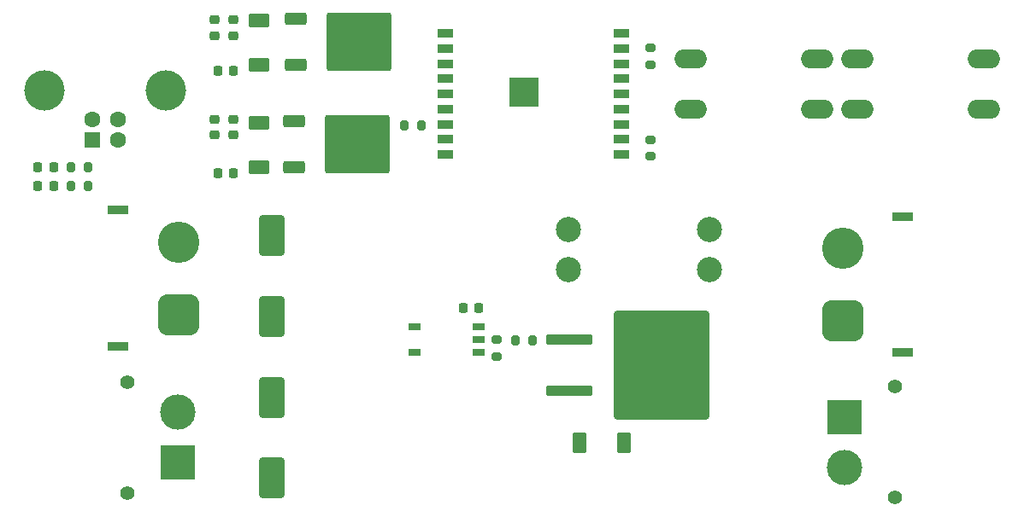
<source format=gbr>
%TF.GenerationSoftware,KiCad,Pcbnew,8.0.3*%
%TF.CreationDate,2024-08-31T13:36:08+09:00*%
%TF.ProjectId,Altair_Remote_Emergency_Stop_V1,416c7461-6972-45f5-9265-6d6f74655f45,rev?*%
%TF.SameCoordinates,Original*%
%TF.FileFunction,Soldermask,Top*%
%TF.FilePolarity,Negative*%
%FSLAX46Y46*%
G04 Gerber Fmt 4.6, Leading zero omitted, Abs format (unit mm)*
G04 Created by KiCad (PCBNEW 8.0.3) date 2024-08-31 13:36:08*
%MOMM*%
%LPD*%
G01*
G04 APERTURE LIST*
G04 Aperture macros list*
%AMRoundRect*
0 Rectangle with rounded corners*
0 $1 Rounding radius*
0 $2 $3 $4 $5 $6 $7 $8 $9 X,Y pos of 4 corners*
0 Add a 4 corners polygon primitive as box body*
4,1,4,$2,$3,$4,$5,$6,$7,$8,$9,$2,$3,0*
0 Add four circle primitives for the rounded corners*
1,1,$1+$1,$2,$3*
1,1,$1+$1,$4,$5*
1,1,$1+$1,$6,$7*
1,1,$1+$1,$8,$9*
0 Add four rect primitives between the rounded corners*
20,1,$1+$1,$2,$3,$4,$5,0*
20,1,$1+$1,$4,$5,$6,$7,0*
20,1,$1+$1,$6,$7,$8,$9,0*
20,1,$1+$1,$8,$9,$2,$3,0*%
G04 Aperture macros list end*
%ADD10RoundRect,0.200000X0.275000X-0.200000X0.275000X0.200000X-0.275000X0.200000X-0.275000X-0.200000X0*%
%ADD11RoundRect,0.250000X-1.000000X1.750000X-1.000000X-1.750000X1.000000X-1.750000X1.000000X1.750000X0*%
%ADD12RoundRect,0.200000X-0.200000X-0.275000X0.200000X-0.275000X0.200000X0.275000X-0.200000X0.275000X0*%
%ADD13R,1.600000X1.600000*%
%ADD14C,1.600000*%
%ADD15C,4.000000*%
%ADD16RoundRect,0.250000X-0.800000X0.450000X-0.800000X-0.450000X0.800000X-0.450000X0.800000X0.450000X0*%
%ADD17RoundRect,0.200000X0.200000X0.275000X-0.200000X0.275000X-0.200000X-0.275000X0.200000X-0.275000X0*%
%ADD18RoundRect,0.225000X-0.250000X0.225000X-0.250000X-0.225000X0.250000X-0.225000X0.250000X0.225000X0*%
%ADD19R,2.000000X0.900000*%
%ADD20RoundRect,1.025000X-1.025000X1.025000X-1.025000X-1.025000X1.025000X-1.025000X1.025000X1.025000X0*%
%ADD21C,4.100000*%
%ADD22RoundRect,0.250000X0.450000X0.800000X-0.450000X0.800000X-0.450000X-0.800000X0.450000X-0.800000X0*%
%ADD23C,1.400000*%
%ADD24R,3.500000X3.500000*%
%ADD25C,3.500000*%
%ADD26O,3.200000X1.900000*%
%ADD27RoundRect,0.218750X-0.218750X-0.256250X0.218750X-0.256250X0.218750X0.256250X-0.218750X0.256250X0*%
%ADD28RoundRect,0.225000X0.225000X0.250000X-0.225000X0.250000X-0.225000X-0.250000X0.225000X-0.250000X0*%
%ADD29RoundRect,1.025000X1.025000X-1.025000X1.025000X1.025000X-1.025000X1.025000X-1.025000X-1.025000X0*%
%ADD30C,2.500000*%
%ADD31RoundRect,0.250000X-0.850000X-0.350000X0.850000X-0.350000X0.850000X0.350000X-0.850000X0.350000X0*%
%ADD32RoundRect,0.249997X-2.950003X-2.650003X2.950003X-2.650003X2.950003X2.650003X-2.950003X2.650003X0*%
%ADD33R,1.500000X0.900000*%
%ADD34C,0.600000*%
%ADD35R,2.900000X2.900000*%
%ADD36RoundRect,0.250000X-2.050000X-0.300000X2.050000X-0.300000X2.050000X0.300000X-2.050000X0.300000X0*%
%ADD37RoundRect,0.250002X-4.449998X-5.149998X4.449998X-5.149998X4.449998X5.149998X-4.449998X5.149998X0*%
%ADD38R,1.200000X0.800000*%
G04 APERTURE END LIST*
D10*
%TO.C,R3*%
X164465000Y-88900000D03*
X164465000Y-87250000D03*
%TD*%
D11*
%TO.C,C9*%
X127000000Y-105855000D03*
X127000000Y-113855000D03*
%TD*%
D12*
%TO.C,R6*%
X151170000Y-116218974D03*
X152820000Y-116218974D03*
%TD*%
D13*
%TO.C,J1*%
X109240000Y-96322500D03*
D14*
X111740000Y-96322500D03*
X111740000Y-94322500D03*
X109240000Y-94322500D03*
D15*
X104490000Y-91462500D03*
X116490000Y-91462500D03*
%TD*%
D16*
%TO.C,D4*%
X125730000Y-94660000D03*
X125730000Y-99060000D03*
%TD*%
D17*
%TO.C,R5*%
X141795000Y-94890385D03*
X140145000Y-94890385D03*
%TD*%
D18*
%TO.C,C4*%
X121285000Y-94335000D03*
X121285000Y-95885000D03*
%TD*%
D19*
%TO.C,J2*%
X189515000Y-103950000D03*
X189515000Y-117450000D03*
D20*
X183515000Y-114300000D03*
D21*
X183515000Y-107100000D03*
%TD*%
D22*
%TO.C,D3*%
X161880000Y-126430000D03*
X157480000Y-126430000D03*
%TD*%
D23*
%TO.C,J4*%
X112695000Y-131400000D03*
X112695000Y-120400000D03*
D24*
X117695000Y-128400000D03*
D25*
X117695000Y-123400000D03*
%TD*%
D26*
%TO.C,SW1*%
X180975000Y-93345000D03*
X168475000Y-93345000D03*
X180975000Y-88345000D03*
X168475000Y-88345000D03*
%TD*%
D27*
%TO.C,D1*%
X103835000Y-99060000D03*
X105410000Y-99060000D03*
%TD*%
D28*
%TO.C,C3*%
X123190000Y-89535000D03*
X121640000Y-89535000D03*
%TD*%
D23*
%TO.C,J5*%
X188715000Y-120865000D03*
X188715000Y-131865000D03*
D24*
X183715000Y-123865000D03*
D25*
X183715000Y-128865000D03*
%TD*%
D28*
%TO.C,C6*%
X123190000Y-99695000D03*
X121640000Y-99695000D03*
%TD*%
D17*
%TO.C,R1*%
X108775000Y-99060000D03*
X107125000Y-99060000D03*
%TD*%
D28*
%TO.C,C7*%
X147505000Y-113030000D03*
X145955000Y-113030000D03*
%TD*%
D10*
%TO.C,R2*%
X164465000Y-97980000D03*
X164465000Y-96330000D03*
%TD*%
D11*
%TO.C,C8*%
X127000000Y-121920000D03*
X127000000Y-129920000D03*
%TD*%
D19*
%TO.C,J3*%
X111760000Y-116840000D03*
X111760000Y-103340000D03*
D29*
X117760000Y-113690000D03*
D21*
X117760000Y-106490000D03*
%TD*%
D30*
%TO.C,U5*%
X156380000Y-105240000D03*
X156380000Y-109240000D03*
X170380000Y-105240000D03*
X170380000Y-109240000D03*
%TD*%
D31*
%TO.C,U3*%
X129185000Y-94495000D03*
D32*
X135485000Y-96775000D03*
D31*
X129185000Y-99055000D03*
%TD*%
D10*
%TO.C,R7*%
X149225000Y-117855000D03*
X149225000Y-116205000D03*
%TD*%
D18*
%TO.C,C1*%
X123190000Y-84455000D03*
X123190000Y-86005000D03*
%TD*%
D33*
%TO.C,U1*%
X161645000Y-97810000D03*
X161645000Y-96310000D03*
X161645000Y-94810000D03*
X161645000Y-93310000D03*
X161645000Y-91810000D03*
X161645000Y-90310000D03*
X161645000Y-88810000D03*
X161645000Y-87310000D03*
X161645000Y-85810000D03*
X144145000Y-85810000D03*
X144145000Y-87310000D03*
X144145000Y-88810000D03*
X144145000Y-90310000D03*
X144145000Y-91810000D03*
X144145000Y-93310000D03*
X144145000Y-94810000D03*
X144145000Y-96310000D03*
X144145000Y-97810000D03*
D34*
X153035000Y-92160000D03*
X153035000Y-91060000D03*
X152485000Y-92710000D03*
X152485000Y-91610000D03*
X152485000Y-90510000D03*
X151935000Y-92160000D03*
D35*
X151935000Y-91610000D03*
D34*
X151935000Y-91060000D03*
X151385000Y-92710000D03*
X151385000Y-91610000D03*
X151385000Y-90510000D03*
X150835000Y-92160000D03*
X150835000Y-91060000D03*
%TD*%
D27*
%TO.C,D2*%
X103835000Y-100965000D03*
X105410000Y-100965000D03*
%TD*%
D36*
%TO.C,Q1*%
X156485000Y-116205000D03*
D37*
X165635000Y-118745000D03*
D36*
X156485000Y-121285000D03*
%TD*%
D31*
%TO.C,U2*%
X129360000Y-84335000D03*
D32*
X135660000Y-86615000D03*
D31*
X129360000Y-88895000D03*
%TD*%
D26*
%TO.C,SW2*%
X184985000Y-88345000D03*
X197485000Y-88345000D03*
X184985000Y-93345000D03*
X197485000Y-93345000D03*
%TD*%
D17*
%TO.C,R4*%
X108775000Y-100965000D03*
X107125000Y-100965000D03*
%TD*%
D18*
%TO.C,C5*%
X123190000Y-94335000D03*
X123190000Y-95885000D03*
%TD*%
%TO.C,C2*%
X121285000Y-84455000D03*
X121285000Y-86005000D03*
%TD*%
D38*
%TO.C,U4*%
X141180000Y-114935000D03*
X141180000Y-117475000D03*
X147480000Y-117475000D03*
X147480000Y-116205000D03*
X147480000Y-114935000D03*
%TD*%
D16*
%TO.C,D5*%
X125730000Y-84500000D03*
X125730000Y-88900000D03*
%TD*%
M02*

</source>
